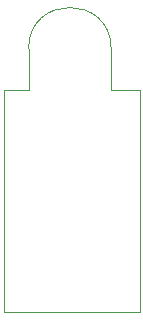
<source format=gm1>
%TF.GenerationSoftware,KiCad,Pcbnew,8.0.8*%
%TF.CreationDate,2025-02-15T01:37:23-07:00*%
%TF.ProjectId,ECE Capstone PCB Design,45434520-4361-4707-9374-6f6e65205043,rev?*%
%TF.SameCoordinates,Original*%
%TF.FileFunction,Profile,NP*%
%FSLAX46Y46*%
G04 Gerber Fmt 4.6, Leading zero omitted, Abs format (unit mm)*
G04 Created by KiCad (PCBNEW 8.0.8) date 2025-02-15 01:37:23*
%MOMM*%
%LPD*%
G01*
G04 APERTURE LIST*
%TA.AperFunction,Profile*%
%ADD10C,0.050000*%
%TD*%
G04 APERTURE END LIST*
D10*
X156600000Y-127100000D02*
X156600000Y-130610000D01*
X159000000Y-149390000D02*
X147500000Y-149390000D01*
X147510000Y-130610000D02*
X149600000Y-130610000D01*
X159000000Y-149390000D02*
X159010000Y-130610000D01*
X149600000Y-127100000D02*
X149600000Y-130610000D01*
X149600000Y-127100000D02*
G75*
G02*
X156600000Y-127100000I3500000J0D01*
G01*
X147500000Y-149390000D02*
X147510000Y-130610000D01*
X156600000Y-130610000D02*
X159010000Y-130610000D01*
M02*

</source>
